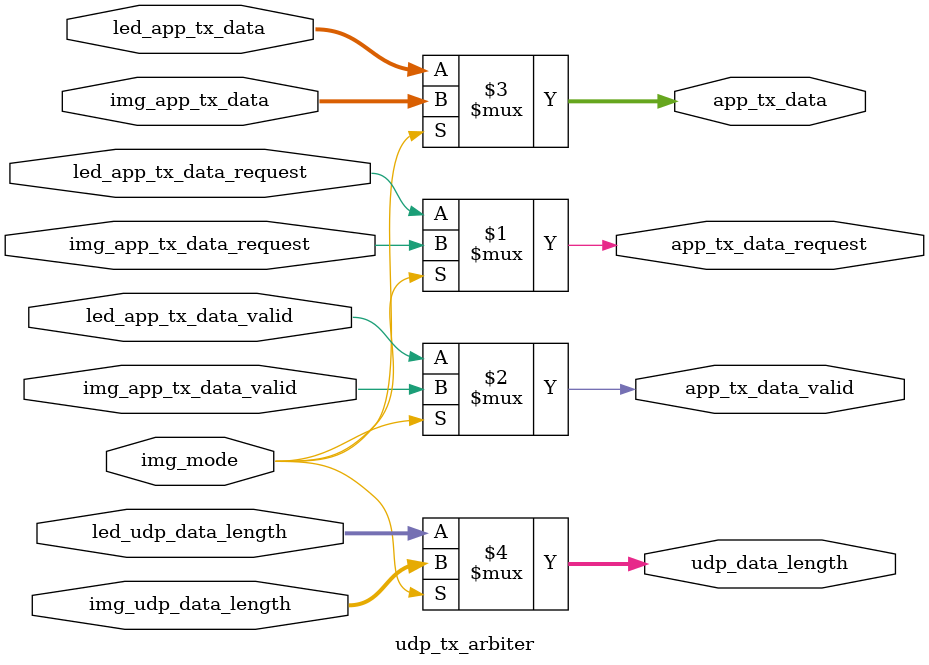
<source format=v>
module udp_tx_arbiter(
    input               img_mode,       // 0=LED/数码管模式, 1=图片发送模式

    // ===== LED/数码管发送模块接口 =====
    input               led_app_tx_data_request,
    input               led_app_tx_data_valid,
    input [7:0]         led_app_tx_data,
    input [15:0]        led_udp_data_length,

    // ===== 图片发送模块接口 =====
    input               img_app_tx_data_request,
    input               img_app_tx_data_valid,
    input [7:0]         img_app_tx_data,
    input [15:0]        img_udp_data_length,

    // ===== UDP协议栈接口（输出到协议栈）=====
    output              app_tx_data_request,
    output              app_tx_data_valid,
    output [7:0]        app_tx_data,
    output [15:0]       udp_data_length
);

// ============================================================================
// 仲裁逻辑：根据img_mode选择数据源
// ============================================================================

assign app_tx_data_request = img_mode ? img_app_tx_data_request : led_app_tx_data_request;
assign app_tx_data_valid   = img_mode ? img_app_tx_data_valid   : led_app_tx_data_valid;
assign app_tx_data         = img_mode ? img_app_tx_data         : led_app_tx_data;
assign udp_data_length     = img_mode ? img_udp_data_length     : led_udp_data_length;

endmodule

</source>
